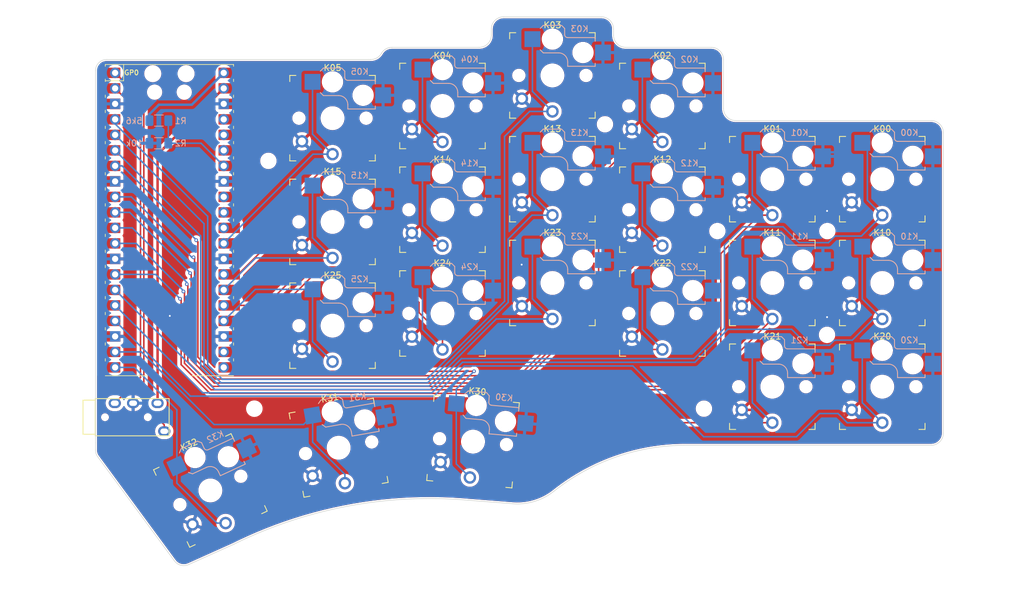
<source format=kicad_pcb>
(kicad_pcb (version 20240108) (generator "pcbnew") (generator_version "8.0")
  (title_block (rev "rev1.0"))
  (layers (0 "F.Cu" signal) (31 "B.Cu" signal) (34 "B.Paste" user) (35 "F.Paste" user) (36 "B.SilkS" user "B.Silkscreen") (37 "F.SilkS" user "F.Silkscreen") (38 "B.Mask" user) (39 "F.Mask" user) (44 "Edge.Cuts" user))
  (net 0 "")
  (net 1 "GND")
  (net 2 "/k00")
  (net 3 "/k01")
  (net 4 "/k02")
  (net 5 "/k03")
  (net 6 "/k04")
  (net 7 "/k05")
  (net 8 "/k10")
  (net 9 "/k11")
  (net 10 "/k12")
  (net 11 "/k13")
  (net 12 "/k14")
  (net 13 "/k15")
  (net 14 "/k20")
  (net 15 "/k21")
  (net 16 "/k22")
  (net 17 "/k23")
  (net 18 "/k24")
  (net 19 "/k25")
  (net 20 "/k30")
  (net 21 "/k31")
  (net 22 "/k32")
  (net 23 "rx")
  (net 24 "tx")
  (net 25 "VBUS")
  (net 26 "vbus_sense")
  (net 33 "VCC")
  (footprint "keyswitches:Kailh_socket_PG1350_optional" (layer "F.Cu") (at 105.24 94)
    (property "Reference" "K25")
    (property "Value" "KEYSW")
  )
  (footprint "keyswitches:Kailh_socket_PG1350_optional" (layer "F.Cu") (at 123.24 92)
    (property "Reference" "K24")
    (property "Value" "KEYSW")
  )
  (footprint "keyswitches:Kailh_socket_PG1350_optional" (layer "F.Cu") (at 177.24 104)
    (property "Reference" "K21")
    (property "Value" "KEYSW")
  )
  (footprint "keyswitches:Kailh_socket_PG1350_optional" (layer "F.Cu") (at 159.24 58)
    (property "Reference" "K02")
    (property "Value" "KEYSW")
  )
  (footprint "keyswitches:Kailh_socket_PG1350_optional" (layer "F.Cu") (at 195.24 87)
    (property "Reference" "K10")
    (property "Value" "KEYSW")
  )
  (footprint "RPi_Pico:RPi_Pico_SMD_TH" (layer "F.Cu") (at 78.5368 76.708)
    (property "Reference" "U2" (hide yes))
    (property "Value" "Pico")
  )
  (footprint "keyswitches:Kailh_socket_PG1350_optional" (layer "F.Cu") (at 123.24 58)
    (property "Reference" "K04")
    (property "Value" "KEYSW")
  )
  (footprint "keyswitches:Kailh_socket_PG1350_optional" (layer "F.Cu") (at 159.24 75)
    (property "Reference" "K12")
    (property "Value" "KEYSW")
  )
  (footprint "keyswitches:Kailh_socket_PG1350_optional" (layer "F.Cu") (at 128.24 113 -5)
    (property "Reference" "K30")
    (property "Value" "KEYSW")
  )
  (footprint "keyswitches:Kailh_socket_PG1350_optional" (layer "F.Cu") (at 177.24 70)
    (property "Reference" "K01")
    (property "Value" "KEYSW")
  )
  (footprint "keyswitches:Kailh_socket_PG1350_optional" (layer "F.Cu") (at 123.24 75)
    (property "Reference" "K14")
    (property "Value" "KEYSW")
  )
  (footprint "keyswitches:Kailh_socket_PG1350_optional" (layer "F.Cu") (at 141.24 87)
    (property "Reference" "K23")
    (property "Value" "KEYSW")
  )
  (footprint "keyswitches:Kailh_socket_PG1350_optional" (layer "F.Cu") (at 141.24 53)
    (property "Reference" "K03")
    (property "Value" "KEYSW")
  )
  (footprint "keyswitches:Kailh_socket_PG1350_optional" (layer "F.Cu") (at 159.24 92)
    (property "Reference" "K22")
    (property "Value" "KEYSW")
  )
  (footprint "Keebio-Parts:TRRS-PJ-320A" (layer "F.Cu") (at 66.39 109 90)
    (property "Reference" "J1" (hide yes))
    (property "Value" "TRRS")
  )
  (footprint "keyswitches:Kailh_socket_PG1350_optional" (layer "F.Cu") (at 105.24 77)
    (property "Reference" "K15")
    (property "Value" "KEYSW")
  )
  (footprint "keyswitches:Kailh_socket_PG1350_optional" (layer "F.Cu") (at 85.24 121 25)
    (property "Reference" "K32")
    (property "Value" "KEYSW")
  )
  (footprint "keyswitches:Kailh_socket_PG1350_optional" (layer "F.Cu") (at 177.24 87)
    (property "Reference" "K11")
    (property "Value" "KEYSW")
  )
  (footprint "keyswitches:Kailh_socket_PG1350_optional" (layer "F.Cu") (at 105.24 60)
    (property "Reference" "K05")
    (property "Value" "KEYSW")
  )
  (footprint "keyswitches:Kailh_socket_PG1350_optional" (layer "F.Cu") (at 195.24 104)
    (property "Reference" "K20")
    (property "Value" "KEYSW")
  )
  (footprint "keyswitches:Kailh_socket_PG1350_optional" (layer "F.Cu") (at 141.24 70)
    (property "Reference" "K13")
    (property "Value" "KEYSW")
  )
  (footprint "keyswitches:Kailh_socket_PG1350_optional" (layer "F.Cu") (at 195.24 70)
    (property "Reference" "K00")
    (property "Value" "KEYSW")
  )
  (footprint "keyswitches:Kailh_socket_PG1350_optional" (layer "F.Cu") (at 106.24 114 10)
    (property "Reference" "K31")
    (property "Value" "KEYSW")
  )
  (footprint "Resistor_SMD:R_1206_3216Metric_Pad1.30x1.75mm_HandSolder" (layer "B.Cu") (at 76.8096 64.1096 180)
    (property "Reference" "R2")
    (property "Value" "10k")
  )
  (footprint "beekeeb_lib:MountingHole_2.2mm_M2-8mm" (layer "B.Cu") (at 166.04 107.6 180)
    (property "Reference" "H4" (hide yes))
    (property "Value" "MountingHole")
  )
  (footprint "beekeeb_lib:MountingHole_2.2mm_M2-8mm" (layer "B.Cu") (at 94.74 67 180)
    (property "Reference" "H2" (hide yes))
    (property "Value" "MountingHole")
  )
  (footprint "beekeeb_lib:MountingHole_2.2mm_M2-8mm" (layer "B.Cu") (at 186.24 95.5 180)
    (property "Reference" "H4" (hide yes))
    (property "Value" "MountingHole")
  )
  (footprint "Resistor_SMD:R_1206_3216Metric_Pad1.30x1.75mm_HandSolder" (layer "B.Cu") (at 76.8096 60.4012)
    (property "Reference" "R1")
    (property "Value" "5k6")
  )
  (footprint "beekeeb_lib:MountingHole_2.2mm_M2-8mm" (layer "B.Cu") (at 186.24 78.5 180)
    (property "Reference" "H4" (hide yes))
    (property "Value" "MountingHole")
  )
  (footprint "beekeeb_lib:MountingHole_2.2mm_M2-8mm" (layer "B.Cu") (at 149.84 61 180)
    (property "Reference" "H1" (hide yes))
    (property "Value" "MountingHole")
  )
  (footprint "beekeeb_lib:MountingHole_2.2mm_M2-8mm" (layer "B.Cu") (at 92.44 107.6 180)
    (property "Reference" "H3" (hide yes))
    (property "Value" "MountingHole")
  )
  (footprint "beekeeb_lib:MountingHole_2.2mm_M2-8mm" (layer "B.Cu") (at 168.24 78.5 180)
    (property "Reference" "H1" (hide yes))
    (property "Value" "MountingHole")
  )
  (gr_arc (start 66.44 52.2) (mid 66.967208 50.927208) (end 68.24 50.4) (stroke (width 0.1)) (layer "Edge.Cuts"))
  (gr_line (start 203.24 60.4) (end 171.24 60.4) (stroke (width 0.1)) (layer "Edge.Cuts"))
  (gr_arc (start 167.24 48.4) (mid 168.654214 48.985786) (end 169.24 50.4) (stroke (width 0.1)) (layer "Edge.Cuts"))
  (gr_line (start 162.74 113.6) (end 203.24 113.6) (stroke (width 0.1)) (layer "Edge.Cuts"))
  (gr_line (start 66.805956 115.487896) (end 79.290001 132.449999) (stroke (width 0.1)) (layer "Edge.Cuts"))
  (gr_arc (start 141.49 121.125) (mid 138.309031 122.788875) (end 134.74 123.175) (stroke (width 0.1)) (layer "Edge.Cuts"))
  (gr_arc (start 149.24 43.4) (mid 150.654214 43.985786) (end 151.24 45.4) (stroke (width 0.1)) (layer "Edge.Cuts"))
  (gr_line (start 111.489998 50.399998) (end 68.24 50.4) (stroke (width 0.1)) (layer "Edge.Cuts"))
  (gr_line (start 151.24 46.4) (end 151.24 45.4) (stroke (width 0.1)) (layer "Edge.Cuts"))
  (gr_line (start 131.24 45.4) (end 131.24 46.4) (stroke (width 0.1)) (layer "Edge.Cuts"))
  (gr_arc (start 66.805956 115.487896) (mid 66.53394 114.973899) (end 66.44 114.4) (stroke (width 0.1)) (layer "Edge.Cuts"))
  (gr_line (start 169.24 58.4) (end 169.24 50.4) (stroke (width 0.1)) (layer "Edge.Cuts"))
  (gr_arc (start 131.24 45.4) (mid 131.825786 43.985786) (end 133.24 43.4) (stroke (width 0.1)) (layer "Edge.Cuts"))
  (gr_arc (start 153.24 48.4) (mid 151.825786 47.814214) (end 151.24 46.4) (stroke (width 0.1)) (layer "Edge.Cuts"))
  (gr_arc (start 205.24 111.6) (mid 204.654214 113.014214) (end 203.24 113.6) (stroke (width 0.1)) (layer "Edge.Cuts"))
  (gr_line (start 66.44 113.2) (end 66.44 114.4) (stroke (width 0.1)) (layer "Edge.Cuts"))
  (gr_line (start 134.74 123.175) (end 127.44 122.600001) (stroke (width 0.1)) (layer "Edge.Cuts"))
  (gr_line (start 81.726132 133.121447) (end 89.110601 129.8) (stroke (width 0.1)) (layer "Edge.Cuts"))
  (gr_arc (start 131.24 46.4) (mid 130.654214 47.814214) (end 129.24 48.4) (stroke (width 0.1)) (layer "Edge.Cuts"))
  (gr_arc (start 113.24 49.4) (mid 112.497787 50.132387) (end 111.489998 50.399998) (stroke (width 0.1)) (layer "Edge.Cuts"))
  (gr_line (start 205.24 111.6) (end 205.24 62.4) (stroke (width 0.1)) (layer "Edge.Cuts"))
  (gr_line (start 149.24 43.4) (end 133.24 43.4) (stroke (width 0.1)) (layer "Edge.Cuts"))
  (gr_arc (start 203.24 60.4) (mid 204.654214 60.985786) (end 205.24 62.4) (stroke (width 0.1)) (layer "Edge.Cuts"))
  (gr_arc (start 141.49 121.125) (mid 151.483771 115.579961) (end 162.74 113.600001) (stroke (width 0.1)) (layer "Edge.Cuts"))
  (gr_line (start 167.24 48.4) (end 153.24 48.4) (stroke (width 0.1)) (layer "Edge.Cuts"))
  (gr_arc (start 113.24 49.4) (mid 113.953846 48.668538) (end 114.94 48.4) (stroke (width 0.1)) (layer "Edge.Cuts"))
  (gr_line (start 66.44 52.2) (end 66.44 113.2) (stroke (width 0.1)) (layer "Edge.Cuts"))
  (gr_arc (start 171.24 60.4) (mid 169.825786 59.814214) (end 169.24 58.4) (stroke (width 0.1)) (layer "Edge.Cuts"))
  (gr_arc (start 81.726132 133.121447) (mid 80.381489 133.24497) (end 79.290001 132.449999) (stroke (width 0.1)) (layer "Edge.Cuts"))
  (gr_line (start 129.24 48.4) (end 114.94 48.4) (stroke (width 0.1)) (layer "Edge.Cuts"))
  (gr_arc (start 89.110601 129.8) (mid 107.780203 123.564333) (end 127.44 122.600001) (stroke (width 0.1)) (layer "Edge.Cuts"))
  (segment (start 191.2 72.84) (end 190.24 73.8) (width 0.4) (layer "F.Cu") (net 1))
  (segment (start 183.4 73.8) (end 186 71.2) (width 0.4) (layer "F.Cu") (net 1))
  (segment (start 188.084721 65.484721) (end 191.2 68.6) (width 0.4) (layer "F.Cu") (net 1))
  (segment (start 187.651206 65.484721) (end 188.084721 65.484721) (width 0.4) (layer "F.Cu") (net 1))
  (segment (start 189.655279 108.384721) (end 190.24 107.8) (width 0.4) (layer "F.Cu") (net 1))
  (segment (start 191.2 68.6) (end 191.2 72.84) (width 0.4) (layer "F.Cu") (net 1))
  (segment (start 186.965527 107.8) (end 187.550248 108.384721) (width 0.4) (layer "F.Cu") (net 1))
  (segment (start 186 71.2) (end 186 67.135927) (width 0.4) (layer "F.Cu") (net 1))
  (segment (start 172.24 73.8) (end 183.4 73.8) (width 0.4) (layer "F.Cu") (net 1))
  (segment (start 186 67.135927) (end 187.651206 65.484721) (width 0.4) (layer "F.Cu") (net 1))
  (segment (start 187.550248 108.384721) (end 189.655279 108.384721) (width 0.4) (layer "F.Cu") (net 1))
  (segment (start 172.24 107.8) (end 186.965527 107.8) (width 0.4) (layer "F.Cu") (net 1))
  (via (at 186.2 92.6) (size 0.6) (drill 0.3) (layers "F.Cu" "B.Cu") (net 1))
  (via (at 136.2 84) (size 0.6) (drill 0.3) (layers "F.Cu" "B.Cu") (net 1))
  (via (at 78.6 92.4) (size 0.6) (drill 0.3) (layers "F.Cu" "B.Cu") (net 1))
  (via (at 186.2 75.2) (size 0.6) (drill 0.3) (layers "F.Cu" "B.Cu") (net 1))
  (segment (start 191.089521 68.545448) (end 191.089521 72.950479) (width 0.4) (layer "B.Cu") (net 1))
  (segment (start 185.515 66.25) (end 186.179321 65.585679) (width 0.4) (layer "B.Cu") (net 1))
  (segment (start 186.179321 65.585679) (end 188.129752 65.585679) (width 0.4) (layer "B.Cu") (net 1))
  (segment (start 191.089521 72.950479) (end 190.24 73.8) (width 0.4) (layer "B.Cu") (net 1))
  (segment (start 188.129752 65.585679) (end 191.089521 68.545448) (width 0.4) (layer "B.Cu") (net 1))
  (segment (start 186.425289 80.4) (end 181.6 80.4) (width 0.25) (layer "B.Cu") (net 2))
  (segment (start 126.331414 99.4) (end 121.282856 104.448558) (width 0.25) (layer "B.Cu") (net 2))
  (segment (start 164.4 99.4) (end 126.331414 99.4) (width 0.25) (layer "B.Cu") (net 2))
  (segment (start 192.8 64.885) (end 192.8 73.46) (width 0.25) (layer "B.Cu") (net 2))
  (segment (start 181.6 80.4) (end 179 77.8) (width 0.25) (layer "B.Cu") (net 2))
  (segment (start 179 77.8) (end 172.4 77.8) (width 0.25) (layer "B.Cu") (net 2))
  (segment (start 191.965 64.05) (end 192.8 64.885) (width 0.25) (layer "B.Cu") (net 2))
  (segment (start 169.4 80.8) (end 169.4 94.4) (width 0.25) (layer "B.Cu") (net 2))
  (segment (start 191.814521 79.325479) (end 187.49981 79.325479) (width 0.25) (layer "B.Cu") (net 2))
  (segment (start 192.8 73.46) (end 195.24 75.9) (width 0.25) (layer "B.Cu") (net 2))
  (segment (start 172.4 77.8) (end 169.4 80.8) (width 0.25) (layer "B.Cu") (net 2))
  (segment (start 187.49981 79.325479) (end 186.425289 80.4) (width 0.25) (layer "B.Cu") (net 2))
  (segment (start 169.4 94.4) (end 164.4 99.4) (width 0.25) (layer "B.Cu") (net 2))
  (segment (start 195.24 75.9) (end 191.814521 79.325479) (width 0.25) (layer "B.Cu") (net 2))
  (segment (start 121.282856 104.448558) (end 85.957358 104.448558) (width 0.25) (layer "B.Cu") (net 2))
  (segment (start 85.957358 104.448558) (end 69.6468 88.138) (width 0.25) (layer "B.Cu") (net 2))
  (segment (start 175.1 75.9) (end 177.24 75.9) (width 0.25) (layer "F.Cu") (net 3))
  (segment (start 81.55144 99.928578) (end 85.572382 103.94952) (width 0.25) (layer "F.Cu") (net 3))
  (segment (start 168.8 82.2) (end 175.1 75.9) (width 0.25) (layer "F.Cu") (net 3))
  (segment (start 163.45048 103.94952) (end 168.8 98.6) (width 0.25) (layer "F.Cu") (net 3))
  (segment (start 168.8 98.6) (end 168.8 82.2) (width 0.25) (layer "F.Cu") (net 3))
  (segment (start 81.37646 87.2) (end 81.55144 87.37498) (width 0.25) (layer "F.Cu") (net 3))
  (segment (start 81.55144 87.37498) (end 81.55144 99.928578) (width 0.25) (layer "F.Cu") (net 3))
  (segment (start 85.572382 103.94952) (end 163.45048 103.94952) (width 0.25) (layer "F.Cu") (net 3))
  (via (at 81.37646 87.2) (size 0.6) (drill 0.3) (layers "F.Cu" "B.Cu") (net 3))
  (segment (start 173.965 72.625) (end 177.24 75.9) (width 0.25) (layer "B.Cu") (net 3))
  (segment (start 72.4535 77.978) (end 69.6468 77.978) (width 0.25) (layer "B.Cu") (net 3))
  (segment (start 81.37646 86.90096) (end 72.4535 77.978) (width 0.25) (layer "B.Cu") (net 3))
  (segment (start 81.37646 87.2) (end 81.37646 86.90096) (width 0.25) (layer "B.Cu") (net 3))
  (segment (start 173.965 64.05) (end 173.965 72.625) (width 0.25) (layer "B.Cu") (net 3))
  (segment (start 148.8 89.2) (end 148.8 69.8) (width 0.25) (layer "F.Cu") (net 4))
  (segment (start 82.92598 80) (end 83.2 80.27402) (width 0.25) (layer "F.Cu") (net 4))
  (segment (start 135.8 102.2) (end 148.8 89.2) (width 0.25) (layer "F.Cu") (net 4))
  (segment (start 154.7 63.9) (end 159.24 63.9) (width 0.25) (layer "F.Cu") (net 4))
  (segment (start 83.2 80.27402) (end 83.2 99.160222) (width 0.25) (layer "F.Cu") (net 4))
  (segment (start 83.2 99.160222) (end 86.239778 102.2) (width 0.25) (layer "F.Cu") (net 4))
  (segment (start 148.8 69.8) (end 154.7 63.9) (width 0.25) (layer "F.Cu") (net 4))
  (segment (start 86.239778 102.2) (end 135.8 102.2) (width 0.25) (layer "F.Cu") (net 4))
  (via (at 82.92598 80) (size 0.6) (drill 0.3) (layers "F.Cu" "B.Cu") (net 4))
  (segment (start 82.92598 79.94952) (end 70.79446 67.818) (width 0.25) (layer "B.Cu") (net 4))
  (segment (start 82.92598 80) (end 82.92598 79.94952) (width 0.25) (layer "B.Cu") (net 4))
  (segment (start 155.965 60.625) (end 159.24 63.9) (width 0.25) (layer "B.Cu") (net 4))
  (segment (start 70.79446 67.818) (end 69.6468 67.818) (width 0.25) (layer "B.Cu") (net 4))
  (segment (start 155.965 52.05) (end 155.965 60.625) (width 0.25) (layer "B.Cu") (net 4))
  (segment (start 69.6468 60.935568) (end 69.6468 60.198) (width 0.25) (layer "B.Cu") (net 5))
  (segment (start 133.4 63) (end 133.4 90) (width 0.25) (layer "B.Cu") (net 5))
  (segment (start 120.6 102.8) (end 87.2 102.8) (width 0.25) (layer "B.Cu") (net 5))
  (segment (start 87.2 102.8) (end 84.8 100.4) (width 0.25) (layer "B.Cu") (net 5))
  (segment (start 137.5 58.9) (end 133.4 63) (width 0.25) (layer "B.Cu") (net 5))
  (segment (start 84.8 76.088768) (end 69.6468 60.935568) (width 0.25) (layer "B.Cu") (net 5))
  (segment (start 137.965 55.625) (end 141.24 58.9) (width 0.25) (layer "B.Cu") (net 5))
  (segment (start 141.24 58.9) (end 137.5 58.9) (width 0.25) (layer "B.Cu") (net 5))
  (segment (start 137.965 47.05) (end 137.965 55.625) (width 0.25) (layer "B.Cu") (net 5))
  (segment (start 133.4 90) (end 120.6 102.8) (width 0.25) (layer "B.Cu") (net 5))
  (segment (start 84.8 100.4) (end 84.8 76.088768) (width 0.25) (layer "B.Cu") (net 5))
  (segment (start 103.2 68.8) (end 93.8 78.2) (width 0.25) (layer "F.Cu") (net 6))
  (segment (start 123.24 63.9) (end 117.3 63.9) (width 0.25) (layer "F.Cu") (net 6))
  (segment (start 93.8 78.2) (end 93.8 81.6) (width 0.25) (layer "F.Cu") (net 6))
  (segment (start 89.802 85.598) (end 87.4268 85.598) (width 0.25) (layer "F.Cu") (net 6))
  (segment (start 117.3 63.9) (end 112.4 68.8) (width 0.25) (layer "F.Cu") (net 6))
  (segment (start 93.8 81.6) (end 89.802 85.598) (width 0.25) (layer "F.Cu") (net 6))
  (segment (start 112.4 68.8) (end 103.2 68.8) (width 0.25) (layer "F.Cu") (net 6))
  (segment (start 119.965 52.05) (end 119.965 60.625) (width 0.25) (layer "B.Cu") (net 6))
  (segment (start 119.965 60.625) (end 123.24 63.9) (width 0.25) (layer "B.Cu") (net 6))
  (segment (start 101.965 62.625) (end 105.24 65.9) (width 0.25) (layer "B.Cu") (net 7))
  (segment (start 101.965 54.05) (end 101.965 62.625) (width 0.25) (layer "B.Cu") (net 7))
  (segment (start 102.0448 65.9) (end 87.4268 80.518) (width 0.25) (layer "B.Cu") (net 7))
  (segment (start 105.24 65.9) (end 102.0448 65.9) (width 0.25) (layer "B.Cu") (net 7))
  (segment (start 191.965 89.625) (end 195.24 92.9) (width 0.25) (layer "B.Cu") (net 8))
  (segment (start 180.4 94.6) (end 183 97.2) (width 0.25) (layer "B.Cu") (net 8))
  (segment (start 126.508552 100) (end 164.577138 100) (width 0.25) (layer "B.Cu") (net 8))
  (segment (start 187.6 96.4) (end 187.624521 96.375479) (width 0.25) (layer "B.Cu") (net 8))
  (segment (start 187.624521 96.375479) (end 190.327681 96.375479) (width 0.25) (layer "B.Cu") (net 8))
  (segment (start 186.6 97.2) (end 187.4 96.4) (width 0.25) (layer "B.Cu") (net 8))
  (segment (start 164.577138 100) (end 169.977138 94.6) (width 0.25) (layer "B.Cu") (net 8))
  (segment (start 193.80316 92.9) (end 195.24 92.9) (width 0.25) (layer "B.Cu") (net 8))
  (segment (start 191.965 81.05) (end 191.965 89.625) (width 0.25) (layer "B.Cu") (net 8))
  (segment (start 187.4 96.4) (end 187.6 96.4) (width 0.25) (layer "B.Cu") (net 8))
  (segment (start 69.6468 90.678) (end 83.966878 104.998078) (width 0.25) (layer "B.Cu") (net 8))
  (segment (start 169.977138 94.6) (end 180.4 94.6) (width 0.25) (layer "B.Cu") (net 8))
  (segment (start 190.327681 96.375479) (end 193.80316 92.9) (width 0.25) (layer "B.Cu") (net 8))
  (segment (start 121.510474 104.998078) (end 126.508552 100) (width 0.25) (layer "B.Cu") (net 8))
  (segment (start 183 97.2) (end 186.6 97.2) (width 0.25) (layer "B.Cu") (net 8))
  (segment (start 83.966878 104.998078) (end 121.510474 104.998078) (width 0.25) (layer "B.Cu") (net 8))
  (segment (start 165.54 104.6) (end 177.24 92.9) (width 0.25) (layer "F.Cu") (net 9))
  (segment (start 81.00192 88.45092) (end 81.001921 100.156197) (width 0.25) (layer "F.Cu") (net 9))
  (segment (start 85.344763 104.499039) (end 159.49904 104.49904) (width 0.25) (layer "F.Cu") (net 9))
  (segment (start 80.951 88.4) (end 81.00192 88.45092) (width 0.25) (layer "F.Cu") (net 9))
  (segment (start 80.82694 88.4) (end 80.951 88.4) (width 0.25) (layer "F.Cu") (net 9))
  (segment (start 159.49904 104.49904) (end 159.6 104.6) (width 0.25) (layer "F.Cu") (net 9))
  (segment (start 159.6 104.6) (end 165.54 104.6) (width 0.25) (layer "F.Cu") (net 9))
  (segment (start 81.001921 100.156197) (end 85.344763 104.499039) (width 0.25) (layer "F.Cu") (net 9))
  (via (at 80.82694 88.4) (size 0.6) (drill 0.3) (layers "F.Cu" "B.Cu") (net 9))
  (segment (start 80.82694 88.4) (end 80.82694 88.27594) (width 0.25) (layer "B.Cu") (net 9))
  (segment (start 173.965 89.625) (end 177.24 92.9) (width 0.25) (layer "B.Cu") (net 9))
  (segment (start 80.82694 88.27594) (end 73.069 80.518) (width 0.25) (layer "B.Cu") (net 9))
  (segment (start 173.965 81.05) (end 173.965 89.625) (width 0.25) (layer "B.Cu") (net 9))
  (segment (start 73.069 80.518) (end 69.6468 80.518) (width 0.25) (layer "B.Cu") (net 9))
  (segment (start 136.050481 102.749519) (end 157.9 80.9) (width 0.25) (layer "F.Cu") (net 10))
  (segment (start 86.467397 102.749519) (end 136.050481 102.749519) (width 0.25) (layer "F.Cu") (net 10))
  (segment (start 82.65048 82.97498) (end 82.65048 99.38784) (width 0.25) (layer "F.Cu") (net 10))
  (segment (start 157.9 80.9) (end 159.24 80.9) (width 0.25) (layer "F.Cu") (net 10))
  (segment (start 82.4755 82.8) (end 82.65048 82.97498) (width 0.25) (layer "F.Cu") (net 10))
  (segment (start 82.65048 99.38784) (end 86.01216 102.74952) (width 0.25) (layer "F.Cu") (net 10))
  (segment (start 86.01216 102.74952) (end 86.467397 102.749519) (width 0.25) (layer "F.Cu") (net 10))
  (via (at 82.4755 82.8) (size 0.6) (drill 0.3) (layers "F.Cu" "B.Cu") (net 10))
  (segment (start 155.965 77.625) (end 159.24 80.9) (width 0.25) (layer "B.Cu") (net 10))
  (segment (start 82.2 82.8) (end 72.298 72.898) (width 0.25) (layer "B.Cu") (net 10))
  (segment (start 155.965 69.05) (end 155.965 77.625) (width 0.25) (layer "B.Cu") (net 10))
  (segment (start 72.298 72.898) (end 69.6468 72.898) (width 0.25) (layer "B.Cu") (net 10))
  (segment (start 82.4755 82.8) (end 82.2 82.8) (width 0.25) (layer "B.Cu") (net 10))
  (segment (start 134 79.8) (end 137.9 75.9) (width 0.25) (layer "B.Cu") (net 11))
  (segment (start 134 90.177138) (end 134 79.8) (width 0.25) (layer "B.Cu") (net 11))
  (segment (start 120.827619 103.349519) (end 134 90.177138) (width 0.25) (layer "B.Cu") (net 11))
  (segment (start 137.965 72.625) (end 141.24 75.9) (width 0.25) (layer "B.Cu") (net 11))
  (segment (start 137.965 64.05) (end 137.965 72.625) (width 0.25) (layer "B.Cu") (net 11))
  (segment (start 84.2 100.577138) (end 86.972381 103.349519) (width 0.25) (layer "B.Cu") (net 11))
  (segment (start 84.2 77.2912) (end 84.2 100.577138) (width 0.25) (layer "B.Cu") (net 11))
  (segment (start 69.6468 62.738) (end 84.2 77.2912) (width 0.25) (layer "B.Cu") (net 11))
  (segment (start 137.9 75.9) (end 141.24 75.9) (width 0.25) (layer "B.Cu") (net 11))
  (segment (start 86.972381 103.349519) (end 120.827619 103.349519) (width 0.25) (layer "B.Cu") (net 11))
  (segment (start 94.322 90.678) (end 87.4268 90.678) (width 0.25) (layer "F.Cu") (net 12))
  (segment (start 114 84.4) (end 100.6 84.4) (width 0.25) (layer "F.Cu") (net 12))
  (segment (start 123.24 80.9) (end 117.5 80.9) (width 0.25) (layer "F.Cu") (net 12))
  (segment (start 117.5 80.9) (end 114 84.4) (width 0.25) (layer "F.Cu") (net 12))
  (segment (start 100.6 84.4) (end 94.322 90.678) (width 0.25) (layer "F.Cu") (net 12))
  (segment (start 119.965 69.05) (end 119.965 77.625) (width 0.25) (layer "B.Cu") (net 12))
  (segment (start 119.965 77.625) (end 123.24 80.9) (width 0.25) (layer "B.Cu") (net 12))
  (segment (start 105.24 82.9) (end 101.965 79.625) (width 0.25) (layer "B.Cu") (net 13))
  (segment (start 105.24 82.9) (end 92.6648 82.9) (width 0.25) (layer "B.Cu") (net 13))
  (segment (start 92.6648 82.9) (end 87.4268 88.138) (width 0.25) (layer "B.Cu") (net 13))
  (segment (start 101.965 79.625) (end 101.965 71.05) (width 0.25) (layer "B.Cu") (net 13))
  (segment (start 121.852403 105.547597) (end 126.8 100.6) (width 0.25) (layer "B.Cu") (net 14))
  (segment (start 166 112.2) (end 181.2 112.2) (width 0.25) (layer "B.Cu") (net 14))
  (segment (start 189.5 109.9) (end 195.24 109.9) (width 0.25) (layer "B.Cu") (net 14))
  (segment (start 126.8 100.6) (end 154.4 100.6) (width 0.25) (layer "B.Cu") (net 14))
  (segment (start 69.6468 93.218) (end 81.976397 105.547597) (width 0.25) (layer "B.Cu") (net 14))
  (segment (start 181.2 112.2) (end 185 108.4) (width 0.25) (layer "B.Cu") (net 14))
  (segment (start 188 108.4) (end 189.5 109.9) (width 0.25) (layer "B.Cu") (net 14))
  (segment (start 191.965 98.05) (end 191.965 106.625) (width 0.25) (layer "B.Cu") (net 14))
  (segment (start 185 108.4) (end 188 108.4) (width 0.25) (layer "B.Cu") (net 14))
  (segment (start 81.976397 105.547597) (end 121.852403 105.547597) (width 0.25) (layer "B.Cu") (net 14))
  (segment (start 191.965 106.625) (end 195.24 109.9) (width 0.25) (layer "B.Cu") (net 14))
  (segment (start 154.4 100.6) (end 166 112.2) (width 0.25) (layer "B.Cu") (net 14))
  (segment (start 161.1 109.9) (end 177.24 109.9) (width 0.25) (layer "F.Cu") (net 15))
  (segment (start 80.27742 89.6) (end 80.27742 89.65092) (width 0.25) (layer "F.Cu") (net 15))
  (segment (start 80.452402 100.383816) (end 85.166707 105.098121) (width 0.25) (layer "F.Cu") (net 15))
  (segment (start 80.4524 89.8259) (end 80.452402 100.383816) (width 0.25) (layer "F.Cu") (net 15))
  (segment (start 85.166707 105.098121) (end 156.298121 105.098121) (width 0.25) (layer "F.Cu") (net 15))
  (segment (start 156.298121 105.098121) (end 161.1 109.9) (width 0.25) (layer "F.Cu") (net 15))
  (segment (start 80.27742 89.65092) (end 80.4524 89.8259) (width 0.25) (layer "F.Cu") (net 15))
  (via (at 80.27742 89.6) (size 0.6) (drill 0.3) (layers "F.Cu" "B.Cu") (net 15))
  (segment (start 173.965 106.625) (end 177.24 109.9) (width 0.25) (layer "B.Cu") (net 15))
  (segment (start 80.27742 89.6) (end 76.27542 85.598) (width 0.25) (layer "B.Cu") (net 15))
  (segment (start 173.965 98.05) (end 173.965 106.625) (width 0.25) (layer "B.Cu") (net 15))
  (segment (start 76.27542 85.598) (end 69.6468 85.598) (width 0.25) (layer "B.Cu") (net 15))
  (segment (start 82.10096 85.57498) (end 82.10096 99.615458) (width 0.25) (layer "F.Cu") (net 16))
  (segment (start 82.10096 99.615458) (end 85.885502 103.4) (width 0.25) (layer "F.Cu") (net 16))
  (segment (start 81.92598 85.4) (end 82.10096 85.57498) (width 0.25) (layer "F.Cu") (net 16))
  (segment (start 85.885502 103.4) (end 136.177138 103.4) (width 0.25) (layer "F.Cu") (net 16))
  (segment (start 141.677138 97.9) (end 159.24 97.9) (width 0.25) (layer "F.Cu") (net 16))
  (segment (start 136.177138 103.4) (end 141.677138 97.9) (width 0.25) (layer "F.Cu") (net 16))
  (via (at 81.92598 85.4) (size 0.6) (drill 0.3) (layers "F.Cu" "B.Cu") (net 16))
  (segment (start 155.965 94.625) (end 159.24 97.9) (width 0.25) (layer "B.Cu") (net 16))
  (segment (start 72.038 75.438) (end 69.6468 75.438) (width 0.25) (layer "B.Cu") (net 16))
  (segment (start 81.92598 85.4) (end 81.92598 85.32598) (width 0.25) (layer "B.Cu") (net 16))
  (segment (start 155.965 86.05) (end 155.965 94.625) (width 0.25) (layer "B.Cu") (net 16))
  (segment (start 81.92598 85.32598) (end 72.038 75.438) (width 0.25) (layer "B.Cu") (net 16))
  (segment (start 69.6468 65.278) (end 83.65048 79.28168) (width 0.25) (layer "B.Cu") (net 17))
  (segment (start 83.650481 100.804757) (end 86.744763 103.899039) (width 0.25) (layer "B.Cu") (net 17))
  (segment (start 137.965 89.625) (end 141.24 92.9) (width 0.25) (layer "B.Cu") (net 17))
  (segment (start 86.744763 103.899039) (end 121.055238 103.899038) (width 0.25) (layer "B.Cu") (net 17))
  (segment (start 132.054276 92.9) (end 141.24 92.9) (width 0.25) (layer "B.Cu") (net 17))
  (segment (start 121.055238 103.899038) (end 132.054276 92.9) (width 0.25) (layer "B.Cu") (net 17))
  (segment (start 137.965 81.05) (end 137.965 89.625) (width 0.25) (layer "B.Cu") (net 17))
  (segment (start 83.65048 79.28168) (end 83.650481 100.804757) (width 0.25) (layer "B.Cu") (net 17))
  (segment (start 89.502 98.298) (end 87.4268 98.298) (width 0.25) (layer "F.Cu") (net 18))
  (segment (start 115.275479 86.075479) (end 101.724521 86.075479) (width 0.25) (layer "F.Cu") (net 18))
  (segment (start 119.4 91.857554) (end 119.4 90.2) (width 0.25) (layer "F.Cu") (net 18))
  (segment (start 123.24 95.697554) (end 119.4 91.857554) (width 0.25) (layer "F.Cu") (net 18))
  (segment (start 123.24 97.9) (end 123.24 95.697554) (width 0.25) (layer "F.Cu") (net 18))
  (segment (start 119.4 90.2) (end 115.275479 86.075479) (width 0.25) (layer "F.Cu") (net 18))
  (segment (start 101.724521 86.075479) (end 89.502 98.298) (width 0.25) (layer "F.Cu") (net 18))
  (segment (start 119.965 94.625) (end 123.24 97.9) (width 0.25) (layer "B.Cu") (net 18))
  (segment (start 119.965 86.05) (end 119.965 94.625) (width 0.25) (layer "B.Cu") (net 18))
  (segment (start 101.965 88.05) (end 92.5948 88.05) (width 0.25) (layer "B.Cu") (net 19))
  (segment (start 92.5948 88.05) (end 87.4268 93.218) (width 0.25) (layer "B.Cu") (net 19))
  (segment (start 101.965 96.625) (end 101.965 88.05) (width 0.25) (layer "B.Cu") (net 19))
  (segment (start 105.24 99.9) (end 101.965 96.625) (width 0.25) (layer "B.Cu") (net 19))
  (segment (start 128.4 101.4755) (end 88.0643 101.4755) (width 0.25) (layer "F.Cu") (net 20))
  (segment (start 88.0643 101.4755) (end 87.4268 100.838) (width 0.25) (layer "F.Cu") (net 20))
  (via (at 128.4 101.4755) (size 0.6) (drill 0.3) (layers "F.Cu" "B.Cu") (net 20))
  (segment (start 125.496039 116.647807) (end 127.725781 118.877549) (width 0.25) (layer "B.Cu") (net 20))
  (segment (start 125.496039 106.787206) (end 125.496039 116.647807) (width 0.25) (layer "B.Cu") (net 20))
  (segment (start 125.496039 106.787206) (end 125.496039 104.379461) (width 0.25) (layer "B.Cu") (net 20))
  (segment (start 125.496039 104.379461) (end 128.4 101.4755) (width 0.25) (layer "B.Cu") (net 20))
  (segment (start 107.264524 118.373526) (end 101.981548 113.09055) (width 0.25) (layer "B.Cu") (net 21))
  (segment (start 100.49064 110.2) (end 101.981548 108.709092) (width 0.25) (layer "B.Cu") (net 21))
  (segment (start 85.851662 110.2) (end 100.49064 110.2) (width 0.25) (layer "B.Cu") (net 21))
  (segment (start 107.264524 119.810366) (end 107.264524 118.373526) (width 0.25) (layer "B.Cu") (net 21))
  (segment (start 101.981548 113.09055) (end 101.981548 108.709092) (width 0.25) (layer "B.Cu") (net 21))
  (segment (start 73.949662 98.298) (end 85.851662 110.2) (width 0.25) (layer "B.Cu") (net 21))
  (segment (start 69.6468 98.298) (end 73.949662 98.298) (width 0.25) (layer "B.Cu") (net 21))
  (segment (start 79.757263 107.794109) (end 79.757263 116.991543) (width 0.25) (layer "B.Cu") (net 22))
  (segment (start 72.801154 100.838) (end 79.757263 107.794109) (width 0.25) (layer "B.Cu") (net 22))
  (segment (start 87.733448 126.347216) (end 86.296608 126.347216) (width 0.25) (layer "B.Cu") (net 22))
  (segment (start 69.6468 100.838) (end 72.801154 100.838) (width 0.25) (layer "B.Cu") (net 22))
  (segment (start 86.296608 126.347216) (end 79.757263 119.807871) (width 0.25) (layer "B.Cu") (net 22))
  (segment (start 79.757263 119.807871) (end 79.757263 116.991543) (width 0.25) (layer "B.Cu") (net 22))
  (segment (start 69.6468 55.118) (end 73.8 59.2712) (width 0.25) (layer "F.Cu") (net 23))
  (segment (start 73.8 59.2712) (end 73.8 102.49) (width 0.25) (layer "F.Cu") (net 23))
  (segment (start 73.8 102.49) (end 69.59 106.7) (width 0.25) (layer "F.Cu") (net 23))
  (segment (start 77.69 110.25) (end 74.34952 106.90952) (width 0.25) (layer "F.Cu") (net 24))
  (segment (start 77.69 111.3) (end 77.69 110.25) (width 0.25) (layer "F.Cu") (net 24))
  (segment (start 74.34952 106.90952) (end 74.34952 57.28072) (width 0.25) (layer "F.Cu") (net 24))
  (segment (start 74.34952 57.28072) (end 69.6468 52.578) (width 0.25) (layer "F.Cu") (net 24))
  (segment (start 76.8 57.8) (end 75.2596 59.3404) (width 0.4) (layer "B.Cu") (net 25))
  (segment (start 82.2048 57.8) (end 76.8 57.8) (width 0.4) (layer "B.Cu") (net 25))
  (segment (start 87.4268 52.578) (end 82.2048 57.8) (width 0.4) (layer "B.Cu") (net 25))
  (segment (start 75.2596 59.3404) (end 75.2596 60.4012) (width 0.4) (layer "B.Cu") (net 25))
  (segment (start 78.3596 64.1096) (end 83.7184 64.1096) (width 0.25) (layer "B.Cu") (net 26))
  (segment (start 83.7184 64.1096) (end 87.4268 67.818) (width 0.25) (layer "B.Cu") (net 26))
  (segment (start 78.3596 60.4012) (end 78.3596 64.1096) (width 0.25) (layer "B.Cu") (net 26))
  (segment (start 76.59 106.7) (end 76.6 106.69) (width 0.4) (layer "F.Cu") (net 33))
  (segment (start 87.409898 55.118) (end 87.4268 55.118) (width 0.4) (layer "F.Cu") (net 33))
  (segment (start 76.6 65.927898) (end 87.409898 55.118) (width 0.4) (layer "F.Cu") (net 33))
  (segment (start 76.6 106.69) (end 76.6 65.927898) (width 0.4) (layer "F.Cu") (net 33))
  (zone (net 1) (net_name "GND") (layers "F&B.Cu") (connect_pads (clearance 0.508)) (min_thickness 0.25) (fill yes (thermal_gap 0.508) (thermal_bridge_width 0.508))
    (polygon (pts (xy 50.8 137.16) (xy 218.44 137.16) (xy 218.44 40.64) (xy 50.8 40.64)))
  )
)
</source>
